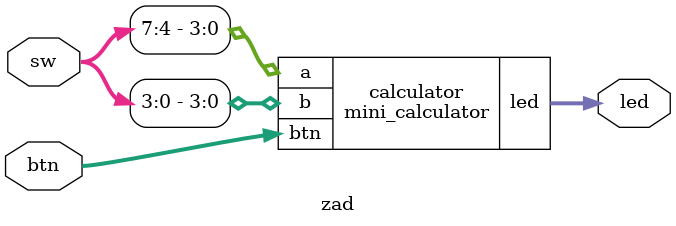
<source format=v>
`default_nettype none


module divider_impl # (parameter BIT_NUM = 4, parameter DIVISOR_BITS = 4)
(
    input[DIVISOR_BITS:0] dividend,
    input[DIVISOR_BITS:0] divisor,
    output result_bit_,
    output reg[DIVISOR_BITS:0] rest
);
    reg result_bit;
    always @(dividend or divisor) begin
        if (dividend >= (divisor << BIT_NUM)) begin
            result_bit = 1;
            rest = dividend - (divisor << BIT_NUM);
        end
        else begin
            result_bit = 0;
            rest = dividend;
        end
    end

    assign result_bit_ = result_bit;

endmodule



module divider
    #(    parameter BITS = 4 )
(

    input[BITS-1:0] dividend,
    input[BITS-1:0] divisor,
    output[BITS-1:0] result,
    output[BITS-1:0] rest
);

    wire [BITS-1:0] dividends[BITS:0];
    assign dividends[BITS] = dividend;
    genvar i;
    generate
        for (i = BITS-1; i >= 0; i = i - 1) begin : gen_divisors
            divider_impl #(.BIT_NUM(i)) impl(dividends[i + 1],
                              divisor,
                              result[i],
                              dividends[i]);
        end
    endgenerate
    assign rest = dividends[0];


endmodule

module mini_calculator(
    input [3:0] a,
    input [3:0] b,
    input [3:0] btn,
    output reg[7:0] led
);

    wire[3:0] div_result;
    wire [3:0]div_rest;
    divider div(a, b, div_result, div_rest);

    always @(btn, a, b, div_result, div_rest) begin
        led = 0;
        if (btn[0]) begin
            led[7:4] = a + b;
            led[3:0] = a - b;
        end
        if (btn[1]) begin
            if (a > b) begin
                led[7:4] = b;
                led[3:0] = a;
            end
            else begin
                led[7:4] = a;
                led[3:0] = b;
            end
        end
        if (btn[2])
            led = a * b;
        if (btn[3]) begin
            led[7:4] = div_result;
            led[3:0] = div_rest;
        end
    end

endmodule

module zad(
    input [7:0] sw,
    input [3:0] btn,
    output [7:0] led
    );

    mini_calculator calculator(sw[7:4], sw[3:0], btn, led);

endmodule

</source>
